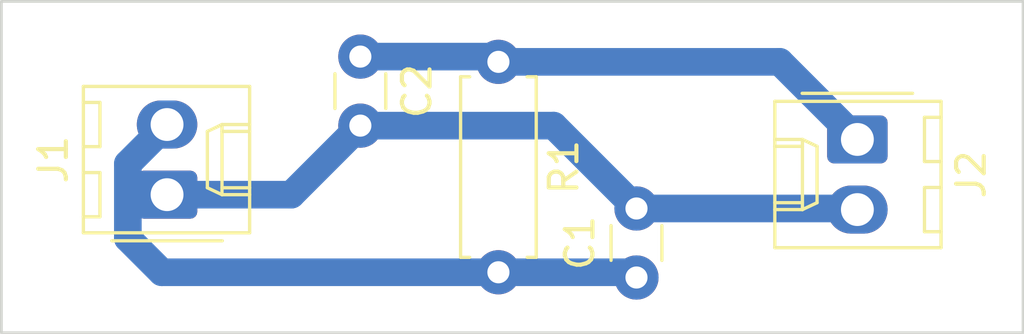
<source format=kicad_pcb>
(kicad_pcb (version 20211014) (generator pcbnew)
  (layers (0 "F.Cu" signal) (31 "B.Cu" signal) (34 "B.Paste" user) (35 "F.Paste" user) (36 "B.SilkS" user "B.Silkscreen") (37 "F.SilkS" user "F.Silkscreen") (38 "B.Mask" user) (39 "F.Mask" user) (44 "Edge.Cuts" user))
  (net 0 "")
  (net 1 "Net-(C1-Pad1)")
  (net 2 "GND")
  (net 3 "Net-(C2-Pad1)")
  (footprint "Capacitor_THT:C_Disc_D3.0mm_W1.6mm_P2.50mm" (layer "F.Cu") (at 113 80 90)
    (fp_text reference "C1" (at 1.25 -2.05 90) (layer "F.SilkS"))
    (fp_text value "100nF")
    (fp_line (start 0.621 -0.92) (end 1.879 -0.92) (layer "F.SilkS") (width 0.12))
    (fp_line (start 0.621 0.92) (end 1.879 0.92) (layer "F.SilkS") (width 0.12))
    (pad "1" thru_hole circle (at 0 0 90) (size 1.6 1.6) (drill 0.8) (layers *.Cu *.Mask) (net 1 "Net-(C1-Pad1)"))
    (pad "2" thru_hole circle (at 2.5 0 90) (size 1.6 1.6) (drill 0.8) (layers *.Cu *.Mask) (net 2 "GND"))
  )
  (footprint "Connector_Molex:Molex_KK-254_AE-6410-02A_1x02_P2.54mm_Vertical" (layer "F.Cu") (at 96 77 90)
    (fp_text reference "J1" (at 1.27 -4.12 90) (layer "F.SilkS"))
    (fp_text value "In")
    (fp_line (start 0.8 -2.43) (end 0.8 -3.03) (layer "F.SilkS") (width 0.12))
    (fp_line (start 3.92 -3.03) (end -1.38 -3.03) (layer "F.SilkS") (width 0.12))
    (fp_line (start 2.29 1.46) (end 2.54 1.99) (layer "F.SilkS") (width 0.12))
    (fp_line (start 1.74 -3.03) (end 1.74 -2.43) (layer "F.SilkS") (width 0.12))
    (fp_line (start 0 2.99) (end 0 1.99) (layer "F.SilkS") (width 0.12))
    (fp_line (start 2.29 2.99) (end 2.29 1.99) (layer "F.SilkS") (width 0.12))
    (fp_line (start 3.92 2.99) (end 3.92 -3.03) (layer "F.SilkS") (width 0.12))
    (fp_line (start 1.74 -2.43) (end 3.34 -2.43) (layer "F.SilkS") (width 0.12))
    (fp_line (start 0.25 1.46) (end 2.29 1.46) (layer "F.SilkS") (width 0.12))
    (fp_line (start -0.8 -2.43) (end 0.8 -2.43) (layer "F.SilkS") (width 0.12))
    (fp_line (start 3.34 -2.43) (end 3.34 -3.03) (layer "F.SilkS") (width 0.12))
    (fp_line (start -1.38 -3.03) (end -1.38 2.99) (layer "F.SilkS") (width 0.12))
    (fp_line (start -1.38 2.99) (end 3.92 2.99) (layer "F.SilkS") (width 0.12))
    (fp_line (start 0 1.99) (end 0.25 1.46) (layer "F.SilkS") (width 0.12))
    (fp_line (start 0.25 2.99) (end 0.25 1.99) (layer "F.SilkS") (width 0.12))
    (fp_line (start -1.67 -2) (end -1.67 2) (layer "F.SilkS") (width 0.12))
    (fp_line (start 0 1.99) (end 2.54 1.99) (layer "F.SilkS") (width 0.12))
    (fp_line (start -0.8 -3.03) (end -0.8 -2.43) (layer "F.SilkS") (width 0.12))
    (fp_line (start 2.54 1.99) (end 2.54 2.99) (layer "F.SilkS") (width 0.12))
    (pad "1" thru_hole roundrect (at 0 0 90) (size 1.74 2.19) (drill 1.19) (layers *.Cu *.Mask) (roundrect_rratio 0.143678) (net 2 "GND"))
    (pad "2" thru_hole oval (at 2.54 0 90) (size 1.74 2.19) (drill 1.19) (layers *.Cu *.Mask) (net 1 "Net-(C1-Pad1)"))
  )
  (footprint "Connector_Molex:Molex_KK-254_AE-6410-02A_1x02_P2.54mm_Vertical" (layer "F.Cu") (at 121 75 -90)
    (fp_text reference "J2" (at 1.27 -4.12 90) (layer "F.SilkS"))
    (fp_text value "Out")
    (fp_line (start 0.25 2.99) (end 0.25 1.99) (layer "F.SilkS") (width 0.12))
    (fp_line (start 2.54 1.99) (end 2.54 2.99) (layer "F.SilkS") (width 0.12))
    (fp_line (start 0.8 -2.43) (end 0.8 -3.03) (layer "F.SilkS") (width 0.12))
    (fp_line (start 3.34 -2.43) (end 3.34 -3.03) (layer "F.SilkS") (width 0.12))
    (fp_line (start -1.38 2.99) (end 3.92 2.99) (layer "F.SilkS") (width 0.12))
    (fp_line (start 1.74 -2.43) (end 3.34 -2.43) (layer "F.SilkS") (width 0.12))
    (fp_line (start -1.67 -2) (end -1.67 2) (layer "F.SilkS") (width 0.12))
    (fp_line (start 2.29 2.99) (end 2.29 1.99) (layer "F.SilkS") (width 0.12))
    (fp_line (start 2.29 1.46) (end 2.54 1.99) (layer "F.SilkS") (width 0.12))
    (fp_line (start 0 1.99) (end 0.25 1.46) (layer "F.SilkS") (width 0.12))
    (fp_line (start 0 2.99) (end 0 1.99) (layer "F.SilkS") (width 0.12))
    (fp_line (start 0 1.99) (end 2.54 1.99) (layer "F.SilkS") (width 0.12))
    (fp_line (start 3.92 -3.03) (end -1.38 -3.03) (layer "F.SilkS") (width 0.12))
    (fp_line (start 0.25 1.46) (end 2.29 1.46) (layer "F.SilkS") (width 0.12))
    (fp_line (start -0.8 -3.03) (end -0.8 -2.43) (layer "F.SilkS") (width 0.12))
    (fp_line (start -0.8 -2.43) (end 0.8 -2.43) (layer "F.SilkS") (width 0.12))
    (fp_line (start -1.38 -3.03) (end -1.38 2.99) (layer "F.SilkS") (width 0.12))
    (fp_line (start 3.92 2.99) (end 3.92 -3.03) (layer "F.SilkS") (width 0.12))
    (fp_line (start 1.74 -3.03) (end 1.74 -2.43) (layer "F.SilkS") (width 0.12))
    (pad "1" thru_hole roundrect (at 0 0 270) (size 1.74 2.19) (drill 1.19) (layers *.Cu *.Mask) (roundrect_rratio 0.143678) (net 3 "Net-(C2-Pad1)"))
    (pad "2" thru_hole oval (at 2.54 0 270) (size 1.74 2.19) (drill 1.19) (layers *.Cu *.Mask) (net 2 "GND"))
  )
  (footprint "Capacitor_THT:C_Disc_D3.0mm_W1.6mm_P2.50mm" (layer "F.Cu") (at 103 72 -90)
    (fp_text reference "C2" (at 1.25 -2.05 90) (layer "F.SilkS"))
    (fp_text value "100nF")
    (fp_line (start 0.621 0.92) (end 1.879 0.92) (layer "F.SilkS") (width 0.12))
    (fp_line (start 0.621 -0.92) (end 1.879 -0.92) (layer "F.SilkS") (width 0.12))
    (pad "1" thru_hole circle (at 0 0 270) (size 1.6 1.6) (drill 0.8) (layers *.Cu *.Mask) (net 3 "Net-(C2-Pad1)"))
    (pad "2" thru_hole circle (at 2.5 0 270) (size 1.6 1.6) (drill 0.8) (layers *.Cu *.Mask) (net 2 "GND"))
  )
  (footprint "Resistor_THT:R_Axial_DIN0207_L6.3mm_D2.5mm_P7.62mm_Horizontal" (layer "F.Cu") (at 108 72.19 -90)
    (fp_text reference "R1" (at 3.81 -2.37 90) (layer "F.SilkS"))
    (fp_text value "1k")
    (fp_line (start 0.54 -1.37) (end 7.08 -1.37) (layer "F.SilkS") (width 0.12))
    (fp_line (start 0.54 1.37) (end 7.08 1.37) (layer "F.SilkS") (width 0.12))
    (fp_line (start 7.08 -1.37) (end 7.08 -1.04) (layer "F.SilkS") (width 0.12))
    (fp_line (start 7.08 1.37) (end 7.08 1.04) (layer "F.SilkS") (width 0.12))
    (fp_line (start 0.54 -1.04) (end 0.54 -1.37) (layer "F.SilkS") (width 0.12))
    (fp_line (start 0.54 1.04) (end 0.54 1.37) (layer "F.SilkS") (width 0.12))
    (pad "1" thru_hole circle (at 0 0 270) (size 1.6 1.6) (drill 0.8) (layers *.Cu *.Mask) (net 3 "Net-(C2-Pad1)"))
    (pad "2" thru_hole oval (at 7.62 0 270) (size 1.6 1.6) (drill 0.8) (layers *.Cu *.Mask) (net 1 "Net-(C1-Pad1)"))
  )
  (gr_rect (start 90 70) (end 127 82) (layer "Edge.Cuts") (width 0.1) (fill none))
  (segment (start 96 74.46) (end 94.58 75.88) (width 1) (layer "B.Cu") (net 1))
  (segment (start 94.58 78.58) (end 95.81 79.81) (width 1) (layer "B.Cu") (net 1))
  (segment (start 108 79.81) (end 112.81 79.81) (width 1) (layer "B.Cu") (net 1))
  (segment (start 94.58 75.88) (end 94.58 78.58) (width 1) (layer "B.Cu") (net 1))
  (segment (start 112.81 79.81) (end 113 80) (width 0.25) (layer "B.Cu") (net 1))
  (segment (start 95.81 79.81) (end 108 79.81) (width 1) (layer "B.Cu") (net 1))
  (segment (start 110 74.5) (end 113 77.5) (width 1) (layer "B.Cu") (net 2))
  (segment (start 100.5 77) (end 103 74.5) (width 1) (layer "B.Cu") (net 2))
  (segment (start 103 74.5) (end 110 74.5) (width 1) (layer "B.Cu") (net 2))
  (segment (start 113 77.5) (end 120.96 77.5) (width 1) (layer "B.Cu") (net 2))
  (segment (start 120.96 77.5) (end 121 77.54) (width 0.25) (layer "B.Cu") (net 2))
  (segment (start 96 77) (end 100.5 77) (width 1) (layer "B.Cu") (net 2))
  (segment (start 103 72) (end 107.81 72) (width 1) (layer "B.Cu") (net 3))
  (segment (start 108 72.19) (end 118.19 72.19) (width 1) (layer "B.Cu") (net 3))
  (segment (start 118.19 72.19) (end 121 75) (width 1) (layer "B.Cu") (net 3))
  (segment (start 107.81 72) (end 108 72.19) (width 0.25) (layer "B.Cu") (net 3))
)
</source>
